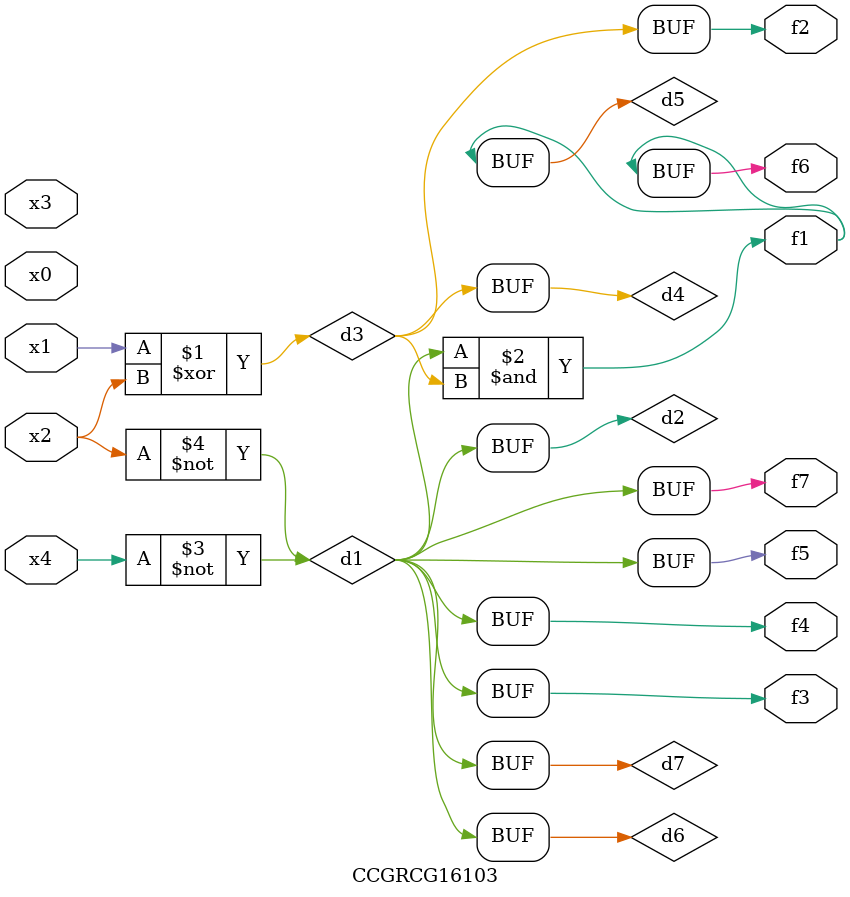
<source format=v>
module CCGRCG16103(
	input x0, x1, x2, x3, x4,
	output f1, f2, f3, f4, f5, f6, f7
);

	wire d1, d2, d3, d4, d5, d6, d7;

	not (d1, x4);
	not (d2, x2);
	xor (d3, x1, x2);
	buf (d4, d3);
	and (d5, d1, d3);
	buf (d6, d1, d2);
	buf (d7, d2);
	assign f1 = d5;
	assign f2 = d4;
	assign f3 = d7;
	assign f4 = d7;
	assign f5 = d7;
	assign f6 = d5;
	assign f7 = d7;
endmodule

</source>
